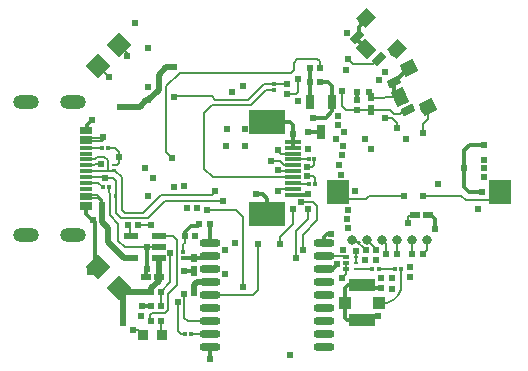
<source format=gbl>
G04 Layer: BottomLayer*
G04 Panelize: , Column: 1, Row: 1, Board Size: 43.14mm x 33.02mm, Panelized Board Size: 43.14mm x 33.02mm*
G04 EasyEDA v6.5.42, 2024-06-18 11:53:45*
G04 3ed26e891263433bbece19e77b9ceb9f,9a4ed40c0dd746429eaf55b84663d2fb,10*
G04 Gerber Generator version 0.2*
G04 Scale: 100 percent, Rotated: No, Reflected: No *
G04 Dimensions in millimeters *
G04 leading zeros omitted , absolute positions ,4 integer and 5 decimal *
%FSLAX45Y45*%
%MOMM*%

%AMMACRO1*21,1,$1,$2,0,0,$3*%
%ADD10C,0.5000*%
%ADD11C,0.1600*%
%ADD12C,0.3000*%
%ADD13C,0.2000*%
%ADD14C,0.8000*%
%ADD15MACRO1,1.524X1.524X-44.9993*%
%ADD16MACRO1,1.524X1.524X-45.0007*%
%ADD17MACRO1,1.524X1.524X-134.9993*%
%ADD18MACRO1,1.524X1.524X-135.0007*%
%ADD19MACRO1,0.2997X1.0998X90.0000*%
%ADD20MACRO1,0.3023X1.0998X90.0000*%
%ADD21MACRO1,2X1.8X-90.0000*%
%ADD22MACRO1,0.54X0.5656X-90.0000*%
%ADD23MACRO1,0.54X0.5656X90.0000*%
%ADD24MACRO1,0.7X1.25X0.0000*%
%ADD25MACRO1,0.324X0.3031X-90.0000*%
%ADD26R,0.3240X0.3031*%
%ADD27MACRO1,0.324X0.3031X0.0000*%
%ADD28MACRO1,0.27X0.25X0.0000*%
%ADD29MACRO1,0.27X0.25X90.0000*%
%ADD30MACRO1,0.8X0.8X90.0000*%
%ADD31MACRO1,0.49X1.157X-90.0000*%
%ADD32MACRO1,0.49X1.175X-90.0000*%
%ADD33MACRO1,0.324X0.3031X90.0000*%
%ADD34MACRO1,0.3X1.3X90.0000*%
%ADD35MACRO1,2X3X90.0000*%
%ADD36O,1.7729962X0.6999986*%
%ADD37MACRO1,2.2X1.1X0.0000*%
%ADD38MACRO1,1.05X1X-90.0000*%
%ADD39R,0.4250X0.2800*%
%ADD40MACRO1,0.425X0.28X0.0000*%
%ADD41MACRO1,0.324X0.3685X-90.0000*%
%ADD42MACRO1,0.54X0.7901X-90.0000*%
%ADD43R,0.5400X0.7901*%
%ADD44MACRO1,0.54X0.7901X0.0000*%
%ADD45R,0.3240X0.3684*%
%ADD46MACRO1,0.324X0.3685X0.0000*%
%ADD47R,0.5400X0.5657*%
%ADD48MACRO1,0.54X0.5656X0.0000*%
%ADD49MACRO1,0.7X1.1X134.9985*%
%ADD50MACRO1,0.7X1.1X135.0015*%
%ADD51MACRO1,1.4X1.1X135.0000*%
%ADD52MACRO1,1.15X1.2X135.0009*%
%ADD53MACRO1,0.7X1.1X116.0007*%
%ADD54MACRO1,1.4X1.1X115.9997*%
%ADD55MACRO1,1.15X1.2X115.9997*%
%ADD56O,2.1999956000000003X1.1999976*%
%ADD57C,0.6096*%
%ADD58C,0.6200*%
%ADD59C,0.0198*%

%LPD*%
D10*
X-432407Y-176105D02*
G01*
X-434794Y-173718D01*
X-434794Y-15753D01*
X-432407Y-176105D02*
G01*
X-432407Y-206502D01*
X-499534Y-273629D01*
X-499534Y-301658D01*
X-736518Y-301658D01*
X-736518Y-296072D01*
D11*
X281106Y-260713D02*
G01*
X281106Y332689D01*
X221094Y392701D01*
X-25803Y392701D01*
X785695Y52191D02*
G01*
X785695Y181201D01*
X909594Y305094D01*
X909594Y422694D01*
X876289Y455998D01*
X767692Y455998D01*
X731398Y-17409D02*
G01*
X731398Y215699D01*
X832792Y317093D01*
X832792Y402302D01*
X595505Y103802D02*
G01*
X595505Y158386D01*
X706196Y269077D01*
X706196Y401386D01*
X652858Y1459831D02*
G01*
X541860Y1457799D01*
D12*
X962230Y-109888D02*
G01*
X1039700Y-109888D01*
X1079070Y-70518D01*
D13*
X1622043Y-230631D02*
G01*
X1622043Y-230631D01*
X1620812Y-110459D01*
X1433146Y-394114D02*
G01*
X1503172Y-394207D01*
D11*
X-403044Y-671428D02*
G01*
X-411502Y-662970D01*
X-411502Y-551695D01*
D10*
X-758111Y1265013D02*
G01*
X-593011Y1266029D01*
X-538909Y1319877D01*
X-520113Y1319877D01*
D12*
X1241717Y1858746D02*
G01*
X1264920Y1881949D01*
X1264920Y1943354D01*
X1321287Y1999721D01*
X1321287Y2012543D01*
X1562684Y1475554D02*
G01*
X1682193Y1595064D01*
X1687977Y1595064D01*
D13*
X-1045385Y999075D02*
G01*
X-907463Y999075D01*
X-907463Y1011775D01*
D12*
X1148158Y-394114D02*
G01*
X1148158Y-265844D01*
X1170002Y-244000D01*
X1290652Y-244000D01*
X1290652Y-543974D02*
G01*
X1164668Y-543974D01*
X1148158Y-527718D01*
X1148158Y-394114D01*
X1290657Y-243987D02*
G01*
X1314645Y-267977D01*
X1452628Y-267977D01*
X-89004Y271769D02*
G01*
X-103725Y257047D01*
X-160776Y257047D01*
X-213890Y203934D01*
X-213890Y167098D01*
X-138300Y-125915D02*
G01*
X-141371Y-128986D01*
X-220804Y-128986D01*
D13*
X-812467Y770983D02*
G01*
X-785289Y770983D01*
X-769033Y787239D01*
X-769033Y842611D01*
X-769033Y842611D02*
G01*
X-769033Y879949D01*
X-805609Y916271D01*
X-861743Y916271D01*
X-628878Y264413D02*
G01*
X-576577Y263144D01*
X-575045Y261612D01*
X-495297Y261612D01*
X-847265Y491583D02*
G01*
X-847265Y344263D01*
X-774875Y271873D01*
X-774875Y130903D01*
X-721535Y77563D01*
X-397431Y77563D01*
D10*
X-676831Y-17432D02*
G01*
X-725853Y-17432D01*
X-859203Y115917D01*
X-859203Y239615D01*
X-910257Y290669D01*
X-910257Y433925D01*
D13*
X-858187Y581499D02*
G01*
X-858187Y541621D01*
X-842947Y526127D01*
X-842947Y506569D01*
D12*
X-989073Y302252D02*
G01*
X-971951Y285130D01*
X-971951Y-60904D01*
X-1045448Y438960D02*
G01*
X-1047493Y355597D01*
X-994150Y302252D01*
X-989073Y302252D01*
X-1045385Y1048857D02*
G01*
X-1042334Y1051907D01*
X-1042334Y1111575D01*
X-1001773Y1152136D01*
D13*
X1365585Y1343766D02*
G01*
X1373057Y1336294D01*
X1475231Y1336294D01*
X1488823Y1349885D01*
X1607271Y1349885D01*
D12*
X1246202Y1321147D02*
G01*
X1247726Y1391759D01*
X487332Y353903D02*
G01*
X487332Y488027D01*
X448828Y526534D01*
X392940Y526534D01*
X487329Y1133911D02*
G01*
X491337Y1137920D01*
X681227Y1137920D01*
X706627Y1112520D01*
X706627Y1032763D01*
X706681Y968910D02*
G01*
X706630Y968961D01*
X706630Y1032756D01*
X706683Y918926D02*
G01*
X706683Y968913D01*
X1324815Y1754459D02*
G01*
X1241717Y1837557D01*
X1241717Y1858746D01*
X1607271Y1349885D02*
G01*
X1562684Y1394472D01*
X1562684Y1475554D01*
X-224995Y-19009D02*
G01*
X-210050Y-19009D01*
X-207939Y-16898D01*
X-138300Y-16898D01*
D13*
X1149581Y-105801D02*
G01*
X1149581Y-148369D01*
X1116840Y-181109D01*
D11*
X1486489Y1170132D02*
G01*
X1542361Y1170132D01*
X1588264Y1124231D01*
X1588264Y1088890D01*
X706681Y818923D02*
G01*
X812545Y818923D01*
X813064Y818405D01*
X837440Y818405D01*
X706683Y768913D02*
G01*
X627578Y768913D01*
X590710Y805781D01*
X514682Y805781D01*
X706704Y718911D02*
G01*
X586897Y718911D01*
X574296Y731512D01*
D13*
X1149581Y-55811D02*
G01*
X1149581Y-99580D01*
X1142039Y-107121D01*
X1237079Y-5801D02*
G01*
X1235991Y-4714D01*
X1235991Y46194D01*
X1237084Y-55811D02*
G01*
X1237084Y-14655D01*
X1229550Y-7122D01*
X1427736Y-108465D02*
G01*
X1429765Y-110495D01*
X1565429Y-110495D01*
X1237079Y-105801D02*
G01*
X1370208Y-105801D01*
X1372872Y-108465D01*
X1149581Y-5798D02*
G01*
X1143784Y-2D01*
X962304Y-2D01*
X-160449Y-658528D02*
G01*
X78Y-660052D01*
D10*
X-734108Y-567900D02*
G01*
X-736704Y-565304D01*
X-736704Y-296171D01*
D13*
X-1045461Y968923D02*
G01*
X-1035215Y979167D01*
X-911092Y979167D01*
X-907539Y982723D01*
X-907539Y1011674D01*
X-1045448Y488995D02*
G01*
X-945436Y488995D01*
X-910333Y453895D01*
X-910333Y433824D01*
X-1045461Y518972D02*
G01*
X-953571Y518972D01*
X-910333Y475734D01*
X-910333Y433824D01*
X-1045385Y818989D02*
G01*
X-973757Y818989D01*
X-952167Y840579D01*
X-892477Y840579D01*
X-865299Y813655D01*
X-865299Y721707D01*
X-677186Y264406D02*
G01*
X-677186Y172918D01*
X-676826Y172557D01*
X-906523Y581398D02*
G01*
X-944029Y618904D01*
X-1045461Y618904D01*
X-1045461Y668837D02*
G01*
X-891346Y668837D01*
X-884171Y661662D01*
X-1045385Y768951D02*
G01*
X-979345Y767935D01*
X-970709Y776571D01*
X-924989Y776571D01*
X-1045461Y919022D02*
G01*
X-1042609Y916170D01*
X-910104Y916170D01*
D12*
X81Y110073D02*
G01*
X-2435Y112590D01*
X-2435Y271772D01*
X-138300Y-16898D02*
G01*
X-16901Y-16898D01*
X-5Y-2D01*
X844306Y1302867D02*
G01*
X847257Y1305819D01*
X847257Y1596009D01*
D11*
X1678863Y1237378D02*
G01*
X1641358Y1237366D01*
X1607139Y1203154D01*
X1559664Y1203154D01*
X1528284Y1234531D01*
X1246207Y1234531D01*
D13*
X-562937Y-670745D02*
G01*
X-609384Y-624298D01*
X-649800Y-624298D01*
X-412671Y-419514D02*
G01*
X-412925Y-301912D01*
D12*
X-499285Y-419511D02*
G01*
X-549826Y-419511D01*
X-550616Y-420301D01*
X-571192Y-420301D01*
X-541423Y-176105D02*
G01*
X-541423Y-111848D01*
X-536084Y-106507D01*
X-535500Y-105918D01*
X-535500Y77561D01*
D11*
X1246207Y1234531D02*
G01*
X1154257Y1234531D01*
X1114808Y1273980D01*
X1114808Y1399786D01*
X-224995Y35821D02*
G01*
X-224983Y102887D01*
X-213890Y113979D01*
X-213890Y167098D01*
D12*
X962230Y110073D02*
G01*
X962230Y160619D01*
X991214Y189603D01*
X1021793Y189603D01*
D13*
X-498015Y-551594D02*
G01*
X-508175Y-541688D01*
X-508175Y-502318D01*
X-488363Y-482506D01*
X-381429Y-482506D01*
X-353997Y-455074D01*
X-353997Y-318930D01*
X-278305Y-243238D01*
X-278305Y138777D01*
X-312087Y172559D01*
X-397431Y172559D01*
X-698698Y1690496D02*
G01*
X-698698Y1720999D01*
X-767595Y1789897D01*
X-853498Y1513497D02*
G01*
X-853498Y1516593D01*
X-947199Y1610293D01*
D10*
X-520113Y1319877D02*
G01*
X-434261Y1405729D01*
X-434261Y1535269D01*
X-370253Y1599277D01*
X-299641Y1599277D01*
D11*
X652858Y1373217D02*
G01*
X731344Y1373217D01*
X745822Y1387695D01*
X745822Y1500725D01*
D12*
X1034366Y1302859D02*
G01*
X1034366Y1444337D01*
X1003378Y1475325D01*
X930988Y1475325D01*
D11*
X933782Y1595975D02*
G01*
X933782Y1648553D01*
X906604Y1672175D01*
X741758Y1672175D01*
X708484Y1638647D01*
X708484Y1578195D01*
X684862Y1554573D01*
X-255953Y1554573D01*
X-371777Y1438749D01*
X-371777Y886045D01*
X-318691Y832959D01*
X541860Y1457799D02*
G01*
X455500Y1457799D01*
X319102Y1321401D01*
X46814Y1321401D01*
X16588Y1351881D01*
X-297355Y1351881D01*
X-304975Y1344007D01*
X706706Y668875D02*
G01*
X23700Y668875D01*
X-46911Y739487D01*
X-46911Y1214721D01*
X21922Y1283301D01*
X347042Y1283301D01*
X473280Y1409539D01*
X541860Y1409539D01*
D12*
X1844299Y347690D02*
G01*
X1874100Y347690D01*
X1903199Y318592D01*
X1903199Y232503D01*
D13*
X1677748Y278985D02*
G01*
X1677748Y330039D01*
X1695274Y347565D01*
X1735406Y347565D01*
D12*
X2153996Y746401D02*
G01*
X2153996Y587700D01*
X2198093Y543603D01*
X2308202Y543603D01*
X2321384Y943449D02*
G01*
X2200226Y943449D01*
X2153998Y897221D01*
X2153998Y746345D01*
D13*
X706617Y568868D02*
G01*
X597656Y568868D01*
X580189Y551400D01*
X706605Y868850D02*
G01*
X602648Y868850D01*
X574499Y896998D01*
D11*
X889081Y613503D02*
G01*
X889081Y665827D01*
X876307Y678604D01*
X825604Y678604D01*
X840818Y613503D02*
G01*
X706706Y613503D01*
X706706Y618837D01*
D12*
X833998Y1049398D02*
G01*
X837430Y1052830D01*
X939297Y1052830D01*
X706704Y518761D02*
G01*
X820244Y518761D01*
X830988Y529506D01*
D11*
X1644982Y508601D02*
G01*
X1347294Y508347D01*
X1322148Y483201D01*
X1148666Y483201D01*
X1082880Y548987D01*
X1806780Y511903D02*
G01*
X2130122Y511903D01*
X2167714Y474057D01*
X2378026Y474057D01*
X2452956Y548987D01*
X1807491Y21887D02*
G01*
X1840565Y54960D01*
X1840565Y139542D01*
X1713565Y139542D02*
G01*
X1711505Y137482D01*
X1711505Y14394D01*
X1587908Y16197D02*
G01*
X1587908Y138198D01*
X1586565Y139542D01*
X1459562Y139539D02*
G01*
X1492196Y106906D01*
X1492196Y16499D01*
X1332565Y139542D02*
G01*
X1410591Y61516D01*
X1410591Y48607D01*
X1205562Y139539D02*
G01*
X1229311Y115790D01*
X1273964Y115790D01*
X1205562Y139539D02*
G01*
X1230858Y139539D01*
X1322397Y48000D01*
D12*
X874600Y1173573D02*
G01*
X982804Y1173573D01*
X1034366Y1225135D01*
X1034366Y1302859D01*
D13*
X1806780Y1042763D02*
G01*
X1806780Y1115915D01*
X1850214Y1159349D01*
X1850214Y1262473D01*
D11*
X1168986Y1668365D02*
G01*
X1214452Y1622899D01*
X1380822Y1622899D01*
X1429082Y1671413D01*
D12*
X612Y-867011D02*
G01*
X-5Y-867011D01*
X-5Y-770003D01*
D13*
X-1045385Y718913D02*
G01*
X-854377Y718913D01*
X-413004Y-301782D02*
G01*
X-334210Y-222991D01*
X-334210Y27602D01*
D10*
X81Y-219872D02*
G01*
X-110970Y-219872D01*
X-136192Y-245094D01*
X-136192Y-313799D01*
D13*
X78Y-330106D02*
G01*
X361774Y-330106D01*
X408764Y-282862D01*
X408764Y104995D01*
X-208709Y-658528D02*
G01*
X-248079Y-658528D01*
X-273479Y-632874D01*
X-273479Y-387256D01*
X78Y-550070D02*
G01*
X-188643Y-550070D01*
X-217853Y-520860D01*
X-217853Y-316898D01*
D11*
X885781Y818484D02*
G01*
X885781Y773777D01*
X868611Y756607D01*
X825908Y756607D01*
D13*
X113362Y470247D02*
G01*
X-380159Y470247D01*
X-526971Y323435D01*
X-754301Y323435D01*
X-794433Y363567D01*
X-794433Y635855D01*
X-820341Y661763D01*
X-884095Y661763D01*
X47322Y550511D02*
G01*
X14556Y517745D01*
X-413687Y517745D01*
X-568373Y363059D01*
X-722043Y363059D01*
X-746173Y387189D01*
X-746173Y667351D01*
X-800529Y721707D01*
X-852599Y721707D01*
D14*
G01*
X1459562Y139539D03*
G01*
X1586562Y139539D03*
G01*
X1713562Y139539D03*
G01*
X1840562Y139539D03*
G01*
X1332562Y139539D03*
G01*
X1205562Y139539D03*
D15*
G01*
X-947736Y-92984D03*
D16*
G01*
X-768130Y-272587D03*
D17*
G01*
X-767623Y1789918D03*
D18*
G01*
X-947226Y1610313D03*
D19*
G01*
X-1045382Y488970D03*
G01*
X-1045382Y518942D03*
G01*
X-1045382Y568980D03*
D20*
G01*
X-1045382Y618891D03*
D19*
G01*
X-1045382Y668802D03*
G01*
X-1045382Y718840D03*
G01*
X-1045382Y768878D03*
G01*
X-1045382Y818916D03*
G01*
X-1045382Y868954D03*
G01*
X-1045382Y918992D03*
D20*
G01*
X-1045382Y968903D03*
D19*
G01*
X-1045382Y999002D03*
G01*
X-1045382Y438932D03*
G01*
X-1045382Y408960D03*
G01*
X-1045382Y1048786D03*
D20*
G01*
X-1045382Y1078885D03*
D21*
G01*
X1082898Y545000D03*
G01*
X2452895Y545000D03*
D22*
G01*
X-413015Y-301800D03*
G01*
X-499581Y-301800D03*
D23*
G01*
X-499281Y-419399D03*
G01*
X-412715Y-419399D03*
D24*
G01*
X939297Y1052830D03*
G01*
X1034293Y1302765D03*
G01*
X844301Y1302765D03*
D25*
G01*
X889053Y613498D03*
G01*
X840742Y613498D03*
D26*
G01*
X541809Y1457850D03*
D27*
G01*
X541799Y1409542D03*
D25*
G01*
X885753Y818398D03*
G01*
X837443Y818398D03*
D28*
G01*
X-812467Y728692D03*
G01*
X-812467Y771110D03*
D29*
G01*
X-800402Y506569D03*
G01*
X-842820Y506569D03*
D30*
G01*
X-403042Y-671446D03*
G01*
X-562942Y-670745D03*
D31*
G01*
X-434797Y174243D03*
G01*
X-434797Y79248D03*
G01*
X-434797Y-15748D03*
D32*
G01*
X-665530Y-15748D03*
G01*
X-665530Y174243D03*
D33*
G01*
X-906472Y581499D03*
G01*
X-858161Y581499D03*
D25*
G01*
X-861717Y916271D03*
G01*
X-910028Y916271D03*
D34*
G01*
X706615Y518853D03*
G01*
X706615Y568853D03*
G01*
X706615Y618853D03*
G01*
X706615Y668853D03*
G01*
X706615Y718853D03*
G01*
X706615Y768852D03*
G01*
X706615Y818852D03*
G01*
X706615Y868852D03*
G01*
X706615Y918852D03*
G01*
X706615Y968852D03*
D35*
G01*
X487265Y1133853D03*
G01*
X487268Y353852D03*
D36*
G01*
X2Y-770008D03*
G01*
X2Y-660001D03*
G01*
X2Y-549993D03*
G01*
X2Y-440011D03*
G01*
X2Y-330004D03*
G01*
X2Y-219997D03*
G01*
X2Y-110015D03*
G01*
X2Y-7D03*
G01*
X2Y109999D03*
G01*
X962306Y109999D03*
G01*
X962306Y-7D03*
G01*
X962306Y-110015D03*
G01*
X962306Y-219997D03*
G01*
X962306Y-330004D03*
G01*
X962306Y-440011D03*
G01*
X962306Y-549993D03*
G01*
X962306Y-660001D03*
G01*
X962306Y-770008D03*
D37*
G01*
X1290645Y-243998D03*
D38*
G01*
X1148158Y-394000D03*
D37*
G01*
X1290647Y-544000D03*
D38*
G01*
X1433151Y-394000D03*
D39*
G01*
X1237084Y-5824D03*
G01*
X1237084Y-55811D03*
G01*
X1237084Y-105824D03*
D40*
G01*
X1149579Y-105816D03*
G01*
X1149579Y-55816D03*
G01*
X1149579Y-5816D03*
D41*
G01*
X1427723Y-108457D03*
G01*
X1372880Y-108457D03*
D23*
G01*
X847248Y1595996D03*
G01*
X933814Y1595996D03*
D42*
G01*
X1844301Y347698D03*
G01*
X1735289Y347698D03*
D43*
G01*
X-138300Y-16898D03*
D44*
G01*
X-138300Y-125905D03*
D41*
G01*
X1620255Y-110489D03*
G01*
X1565412Y-110489D03*
D42*
G01*
X-432394Y-176100D03*
G01*
X-541406Y-176100D03*
D25*
G01*
X-160502Y-658621D03*
G01*
X-208813Y-658621D03*
D45*
G01*
X-224990Y-19032D03*
D46*
G01*
X-224998Y35821D03*
D22*
G01*
X-2437Y271780D03*
G01*
X-89002Y271780D03*
D47*
G01*
X652807Y1459882D03*
D48*
G01*
X652797Y1373313D03*
D49*
G01*
X1429109Y1671365D03*
D50*
G01*
X1241725Y1858749D03*
D51*
G01*
X1324811Y1754450D03*
D52*
G01*
X1582905Y1750917D03*
G01*
X1321276Y2012544D03*
D22*
G01*
X931020Y1475346D03*
G01*
X844454Y1475346D03*
D53*
G01*
X1678846Y1237367D03*
G01*
X1562677Y1475549D03*
D54*
G01*
X1607278Y1349882D03*
D55*
G01*
X1850161Y1262514D03*
G01*
X1687964Y1595066D03*
D43*
G01*
X1365582Y1343753D03*
D44*
G01*
X1365585Y1234752D03*
D47*
G01*
X1246202Y1234533D03*
D48*
G01*
X1246205Y1321111D03*
D22*
G01*
X-609672Y264507D03*
G01*
X-696238Y264507D03*
G01*
X-411516Y-551698D03*
G01*
X-498082Y-551698D03*
D13*
G75*
G01*
X1508252Y-392430D02*
G03*
X1621658Y-230657I-41649J149833D01*
D56*
G01*
X-1160447Y181907D03*
G01*
X-1560446Y181907D03*
G01*
X-1160447Y1305882D03*
G01*
X-1560446Y1305882D03*
D14*
G01*
X1562254Y1730265D03*
G01*
X1300609Y1991885D03*
G01*
X1823900Y1249697D03*
G01*
X1661695Y1582234D03*
D57*
G01*
X-520113Y1319979D03*
G01*
X1903199Y232503D03*
G01*
X-526463Y1764225D03*
G01*
X-758111Y1265115D03*
G01*
X-523669Y1429453D03*
G01*
X277954Y1440121D03*
G01*
X187784Y1391861D03*
G01*
X-299641Y1599379D03*
G01*
X-304975Y1344109D03*
G01*
X-853488Y1513502D03*
G01*
X-698700Y1690489D03*
G01*
X-631111Y1972657D03*
G01*
X-1001773Y1152136D03*
G01*
X1114808Y1399786D03*
G01*
X1486486Y1170119D03*
G01*
X1588264Y1088890D03*
G01*
X1806907Y511802D03*
G01*
X-925065Y776470D03*
G01*
X-884171Y661662D03*
G01*
X47398Y550486D03*
G01*
X113286Y470146D03*
G01*
X-910333Y433824D03*
G01*
X-907539Y1011674D03*
G01*
X-734108Y-567900D03*
G01*
X-649805Y-624288D03*
G01*
X-273606Y-387306D03*
G01*
X212702Y113987D03*
G01*
X125402Y48887D03*
G01*
X-217802Y-316796D03*
G01*
X408891Y104995D03*
G01*
X731395Y-17406D03*
G01*
X832792Y402302D03*
G01*
X281104Y-260713D03*
G01*
X-25803Y392701D03*
G01*
X1116840Y-181109D03*
G01*
X1127991Y56100D03*
G01*
X1232689Y553788D03*
G01*
X1165506Y394200D03*
G01*
X1165202Y313809D03*
G01*
X-545335Y748276D03*
G01*
X-478203Y661205D03*
G01*
X-218691Y592320D03*
G01*
X-307591Y589272D03*
G01*
X825604Y678604D03*
G01*
X767692Y455998D03*
G01*
X574296Y731512D03*
G01*
X706198Y401388D03*
G01*
X514682Y805781D03*
G01*
X825908Y756607D03*
G01*
X-318767Y832858D03*
G01*
X2308202Y543603D03*
G01*
X2321384Y943500D03*
G01*
X2153998Y746396D03*
G01*
X1108204Y691202D03*
G01*
X1093802Y774590D03*
G01*
X1116586Y855286D03*
G01*
X1069494Y995088D03*
G01*
X1088697Y1188585D03*
G01*
X1087198Y1111496D03*
G01*
X140972Y1076952D03*
G01*
X134114Y931410D03*
G01*
X300230Y1080508D03*
G01*
X296674Y931410D03*
G01*
X1148336Y1573268D03*
G01*
X1486486Y1555488D03*
G01*
X745797Y1500598D03*
G01*
X706630Y1032756D03*
G01*
X392940Y526534D03*
G01*
X749302Y1309616D03*
G01*
X1431902Y1493385D03*
G01*
X1247726Y1391759D03*
G01*
X1157556Y1892139D03*
G01*
X1313690Y992700D03*
G01*
X874499Y1173599D03*
G01*
X2318133Y817872D03*
G01*
X2273708Y399610D03*
G01*
X1677621Y279087D03*
G01*
X1235991Y46194D03*
G01*
X-989073Y302252D03*
G01*
X-1013711Y-135389D03*
G01*
X-769109Y842510D03*
G01*
X-495297Y261612D03*
G01*
X-220799Y-128988D03*
G01*
X612Y-867011D03*
G01*
X-213890Y167098D03*
G01*
X-127505Y167403D03*
G01*
X830099Y903292D03*
G01*
X1368300Y907788D03*
G01*
X1078994Y-70619D03*
G01*
X1452628Y-267977D03*
G01*
X1021793Y189603D03*
G01*
X2321943Y742942D03*
G01*
X2323238Y667504D03*
G01*
X1346964Y1389118D03*
G01*
X1170586Y236999D03*
G01*
X1314198Y-32519D03*
G01*
X1402844Y-30233D03*
G01*
X1452882Y-181617D03*
G01*
X1543052Y-183649D03*
G01*
X1696468Y-178061D03*
G01*
X1694436Y-88653D03*
G01*
X1541274Y-280423D03*
G01*
X1425450Y-505213D03*
G01*
X1148158Y-394114D03*
G01*
X1290652Y-543974D03*
G01*
X1290652Y-244000D03*
G01*
X785700Y52189D03*
G01*
X595505Y103802D03*
G01*
X-136192Y-313799D03*
G01*
X-334210Y27602D03*
D58*
G01*
X-535505Y77563D03*
G01*
X-571192Y-420301D03*
D57*
G01*
X680392Y-835210D03*
G01*
X1930783Y614494D03*
G01*
X574499Y896993D03*
G01*
X830988Y529506D03*
G01*
X834011Y1049393D03*
G01*
X580189Y551400D03*
G01*
X1659206Y991201D03*
G01*
X1644906Y508500D03*
G01*
X1807491Y21887D03*
G01*
X1711505Y14394D03*
G01*
X1587908Y16197D03*
G01*
X1492201Y16502D03*
G01*
X1410591Y48607D03*
G01*
X1322402Y47998D03*
G01*
X1806907Y1042789D03*
G01*
X1169088Y1668289D03*
D58*
G01*
X-536089Y-106509D03*
G01*
X-581403Y-502495D03*
D57*
G01*
X124792Y-149410D03*
G01*
X-526488Y507306D03*
G01*
X-196796Y411294D03*
G01*
X-106499Y405604D03*
G01*
X1127686Y935702D03*
G01*
X1134950Y1052415D03*
M02*

</source>
